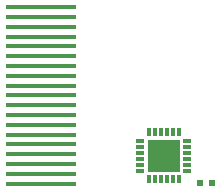
<source format=gbr>
G04 EAGLE Gerber RS-274X export*
G75*
%MOMM*%
%FSLAX34Y34*%
%LPD*%
%INSolderpaste Top*%
%IPPOS*%
%AMOC8*
5,1,8,0,0,1.08239X$1,22.5*%
G01*
G04 Define Apertures*
%ADD10R,0.560000X0.629100*%
%ADD11R,0.300000X0.800000*%
%ADD12R,0.800000X0.300000*%
%ADD13R,2.750000X2.750000*%
%ADD14R,6.000000X0.410000*%
D10*
X896854Y287020D03*
X906546Y287020D03*
D11*
X853640Y289880D03*
X858640Y289880D03*
X863640Y289880D03*
X868640Y289880D03*
X873640Y289880D03*
X878640Y289880D03*
D12*
X886140Y297380D03*
X886140Y302380D03*
X886140Y307380D03*
X886140Y312380D03*
X886140Y317380D03*
X886140Y322380D03*
D11*
X878640Y329880D03*
X873640Y329880D03*
X868640Y329880D03*
X863640Y329880D03*
X858640Y329880D03*
X853640Y329880D03*
D12*
X846140Y322380D03*
X846140Y317380D03*
X846140Y312380D03*
X846140Y307380D03*
X846140Y302380D03*
X846140Y297380D03*
D13*
X866140Y309880D03*
D14*
X762000Y435610D03*
X762000Y427310D03*
X762000Y419010D03*
X762300Y410710D03*
X762000Y402410D03*
X762000Y394110D03*
X762100Y385810D03*
X762100Y377510D03*
X762100Y369210D03*
X762400Y360910D03*
X762100Y352610D03*
X762100Y344310D03*
X762000Y336010D03*
X762000Y327710D03*
X762000Y319410D03*
X762300Y311110D03*
X761900Y302810D03*
X761900Y294510D03*
X761900Y286210D03*
M02*

</source>
